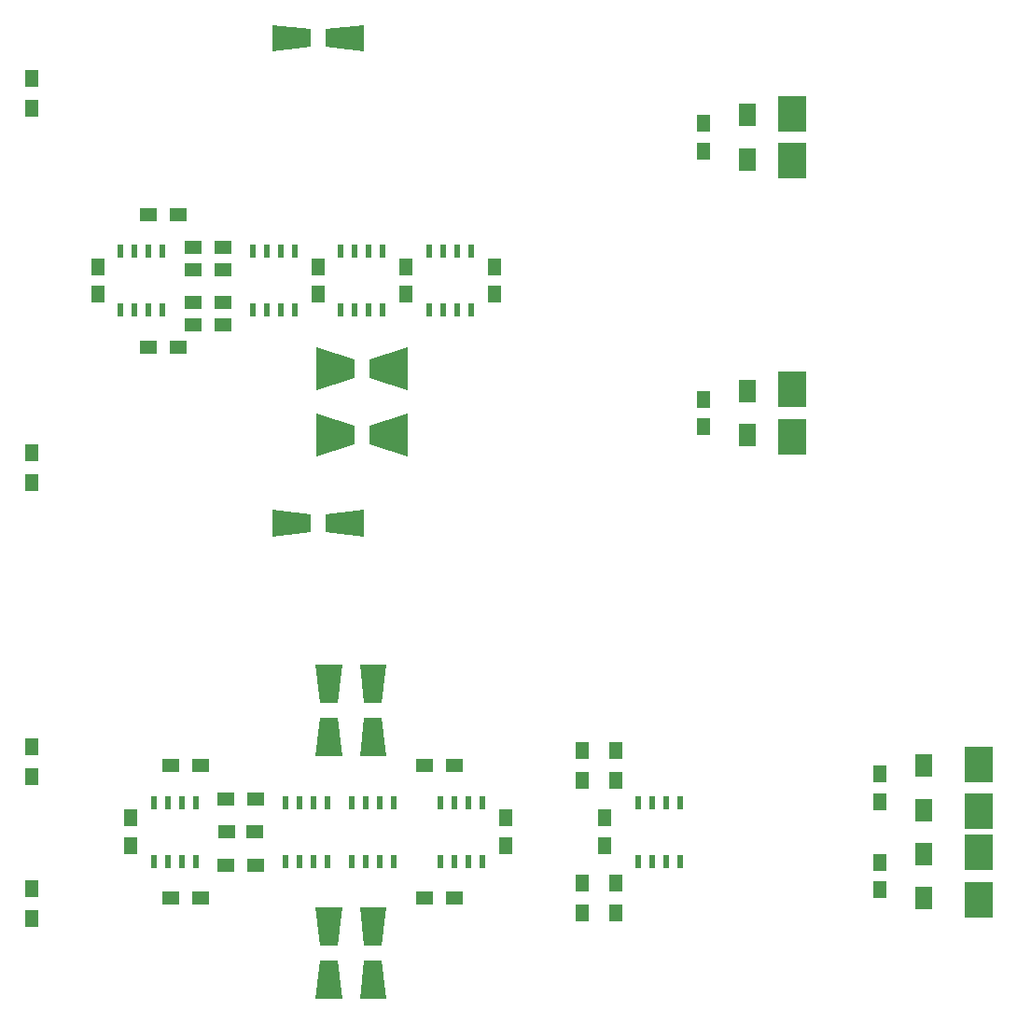
<source format=gtp>
G04 #@! TF.FileFunction,Paste,Top*
%FSLAX46Y46*%
G04 Gerber Fmt 4.6, Leading zero omitted, Abs format (unit mm)*
G04 Created by KiCad (PCBNEW 4.0.7) date 03/05/18 22:52:48*
%MOMM*%
%LPD*%
G01*
G04 APERTURE LIST*
%ADD10C,0.100000*%
%ADD11R,0.508000X1.143000*%
%ADD12R,2.500000X3.200000*%
%ADD13R,1.250000X1.500000*%
%ADD14R,1.600000X2.000000*%
%ADD15R,1.300000X1.500000*%
%ADD16R,1.500000X1.300000*%
%ADD17R,1.500000X1.250000*%
G04 APERTURE END LIST*
D10*
D11*
X123905000Y-123167000D03*
X123905000Y-117833000D03*
X122635000Y-123167000D03*
X121365000Y-123167000D03*
X120095000Y-123167000D03*
X122635000Y-117833000D03*
X121365000Y-117833000D03*
X120095000Y-117833000D03*
D12*
X186000000Y-176650000D03*
X186000000Y-172350000D03*
X186000000Y-168650000D03*
X186000000Y-164350000D03*
D13*
X177000000Y-175750000D03*
X177000000Y-173250000D03*
X177000000Y-167750000D03*
X177000000Y-165250000D03*
D14*
X181000000Y-176500000D03*
X181000000Y-172500000D03*
X181000000Y-168500000D03*
X181000000Y-164500000D03*
D10*
G36*
X125836940Y-136449450D02*
X125836940Y-132550550D01*
X129337060Y-133650370D01*
X129337060Y-135349630D01*
X125836940Y-136449450D01*
X125836940Y-136449450D01*
G37*
G36*
X134163060Y-132550550D02*
X134163060Y-136449450D01*
X130662940Y-135349630D01*
X130662940Y-133650370D01*
X134163060Y-132550550D01*
X134163060Y-132550550D01*
G37*
G36*
X134163060Y-126550550D02*
X134163060Y-130449450D01*
X130662940Y-129349630D01*
X130662940Y-127650370D01*
X134163060Y-126550550D01*
X134163060Y-126550550D01*
G37*
G36*
X125836940Y-130449450D02*
X125836940Y-126550550D01*
X129337060Y-127650370D01*
X129337060Y-129349630D01*
X125836940Y-130449450D01*
X125836940Y-130449450D01*
G37*
D15*
X100000000Y-175650000D03*
X100000000Y-178350000D03*
X100000000Y-165450000D03*
X100000000Y-162750000D03*
D16*
X112650000Y-176500000D03*
X115350000Y-176500000D03*
X120350000Y-173500000D03*
X117650000Y-173500000D03*
X112650000Y-164500000D03*
X115350000Y-164500000D03*
X120350000Y-167500000D03*
X117650000Y-167500000D03*
D10*
G36*
X129801120Y-177336940D02*
X132198880Y-177336940D01*
X131800100Y-180837060D01*
X130199900Y-180837060D01*
X129801120Y-177336940D01*
X129801120Y-177336940D01*
G37*
G36*
X132198880Y-185663060D02*
X129801120Y-185663060D01*
X130199900Y-182162940D01*
X131800100Y-182162940D01*
X132198880Y-185663060D01*
X132198880Y-185663060D01*
G37*
G36*
X129801120Y-155336940D02*
X132198880Y-155336940D01*
X131800100Y-158837060D01*
X130199900Y-158837060D01*
X129801120Y-155336940D01*
X129801120Y-155336940D01*
G37*
G36*
X132198880Y-163663060D02*
X129801120Y-163663060D01*
X130199900Y-160162940D01*
X131800100Y-160162940D01*
X132198880Y-163663060D01*
X132198880Y-163663060D01*
G37*
D16*
X135650000Y-176500000D03*
X138350000Y-176500000D03*
X135650000Y-164500000D03*
X138350000Y-164500000D03*
D15*
X100000000Y-104850000D03*
X100000000Y-102150000D03*
X100000000Y-136150000D03*
X100000000Y-138850000D03*
D16*
X113350000Y-114500000D03*
X110650000Y-114500000D03*
X117350000Y-119500000D03*
X114650000Y-119500000D03*
X113350000Y-126500000D03*
X110650000Y-126500000D03*
X117350000Y-122500000D03*
X114650000Y-122500000D03*
X117350000Y-117500000D03*
X114650000Y-117500000D03*
X117350000Y-124500000D03*
X114650000Y-124500000D03*
D10*
G36*
X130163060Y-97301120D02*
X130163060Y-99698880D01*
X126662940Y-99300100D01*
X126662940Y-97699900D01*
X130163060Y-97301120D01*
X130163060Y-97301120D01*
G37*
G36*
X121836940Y-99698880D02*
X121836940Y-97301120D01*
X125337060Y-97699900D01*
X125337060Y-99300100D01*
X121836940Y-99698880D01*
X121836940Y-99698880D01*
G37*
G36*
X130163060Y-141301120D02*
X130163060Y-143698880D01*
X126662940Y-143300100D01*
X126662940Y-141699900D01*
X130163060Y-141301120D01*
X130163060Y-141301120D01*
G37*
G36*
X121836940Y-143698880D02*
X121836940Y-141301120D01*
X125337060Y-141699900D01*
X125337060Y-143300100D01*
X121836940Y-143698880D01*
X121836940Y-143698880D01*
G37*
D11*
X111095000Y-167833000D03*
X111095000Y-173167000D03*
X112365000Y-167833000D03*
X113635000Y-167833000D03*
X114905000Y-167833000D03*
X112365000Y-173167000D03*
X113635000Y-173167000D03*
X114905000Y-173167000D03*
X123095000Y-167833000D03*
X123095000Y-173167000D03*
X124365000Y-167833000D03*
X125635000Y-167833000D03*
X126905000Y-167833000D03*
X124365000Y-173167000D03*
X125635000Y-173167000D03*
X126905000Y-173167000D03*
X129095000Y-167833000D03*
X129095000Y-173167000D03*
X130365000Y-167833000D03*
X131635000Y-167833000D03*
X132905000Y-167833000D03*
X130365000Y-173167000D03*
X131635000Y-173167000D03*
X132905000Y-173167000D03*
X137095000Y-167833000D03*
X137095000Y-173167000D03*
X138365000Y-167833000D03*
X139635000Y-167833000D03*
X140905000Y-167833000D03*
X138365000Y-173167000D03*
X139635000Y-173167000D03*
X140905000Y-173167000D03*
X111905000Y-123167000D03*
X111905000Y-117833000D03*
X110635000Y-123167000D03*
X109365000Y-123167000D03*
X108095000Y-123167000D03*
X110635000Y-117833000D03*
X109365000Y-117833000D03*
X108095000Y-117833000D03*
X131905000Y-123167000D03*
X131905000Y-117833000D03*
X130635000Y-123167000D03*
X129365000Y-123167000D03*
X128095000Y-123167000D03*
X130635000Y-117833000D03*
X129365000Y-117833000D03*
X128095000Y-117833000D03*
X139905000Y-123167000D03*
X139905000Y-117833000D03*
X138635000Y-123167000D03*
X137365000Y-123167000D03*
X136095000Y-123167000D03*
X138635000Y-117833000D03*
X137365000Y-117833000D03*
X136095000Y-117833000D03*
D12*
X169000000Y-134650000D03*
X169000000Y-130350000D03*
X169000000Y-109650000D03*
X169000000Y-105350000D03*
D13*
X161000000Y-133750000D03*
X161000000Y-131250000D03*
X161000000Y-108750000D03*
X161000000Y-106250000D03*
D14*
X165000000Y-134500000D03*
X165000000Y-130500000D03*
X165000000Y-109500000D03*
X165000000Y-105500000D03*
D13*
X152000000Y-169250000D03*
X152000000Y-171750000D03*
D17*
X120250000Y-170500000D03*
X117750000Y-170500000D03*
D13*
X109000000Y-169250000D03*
X109000000Y-171750000D03*
X143000000Y-169250000D03*
X143000000Y-171750000D03*
X126000000Y-121750000D03*
X126000000Y-119250000D03*
X142000000Y-121750000D03*
X142000000Y-119250000D03*
X134000000Y-121750000D03*
X134000000Y-119250000D03*
X106000000Y-121750000D03*
X106000000Y-119250000D03*
D10*
G36*
X128198880Y-185663060D02*
X125801120Y-185663060D01*
X126199900Y-182162940D01*
X127800100Y-182162940D01*
X128198880Y-185663060D01*
X128198880Y-185663060D01*
G37*
G36*
X125801120Y-177336940D02*
X128198880Y-177336940D01*
X127800100Y-180837060D01*
X126199900Y-180837060D01*
X125801120Y-177336940D01*
X125801120Y-177336940D01*
G37*
G36*
X128198880Y-163663060D02*
X125801120Y-163663060D01*
X126199900Y-160162940D01*
X127800100Y-160162940D01*
X128198880Y-163663060D01*
X128198880Y-163663060D01*
G37*
G36*
X125801120Y-155336940D02*
X128198880Y-155336940D01*
X127800100Y-158837060D01*
X126199900Y-158837060D01*
X125801120Y-155336940D01*
X125801120Y-155336940D01*
G37*
D15*
X150000000Y-175150000D03*
X150000000Y-177850000D03*
X150000000Y-165850000D03*
X150000000Y-163150000D03*
X153000000Y-175150000D03*
X153000000Y-177850000D03*
X153000000Y-165850000D03*
X153000000Y-163150000D03*
D11*
X155095000Y-167833000D03*
X155095000Y-173167000D03*
X156365000Y-167833000D03*
X157635000Y-167833000D03*
X158905000Y-167833000D03*
X156365000Y-173167000D03*
X157635000Y-173167000D03*
X158905000Y-173167000D03*
M02*

</source>
